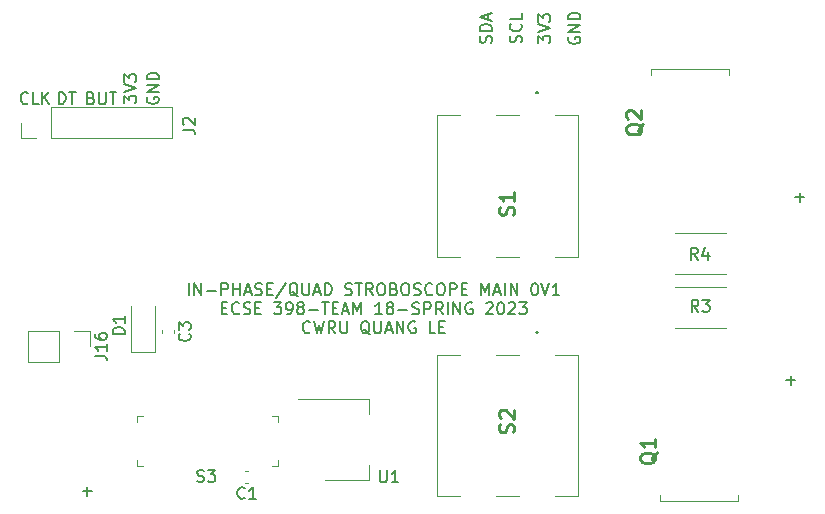
<source format=gto>
G04 #@! TF.GenerationSoftware,KiCad,Pcbnew,(6.0.0)*
G04 #@! TF.CreationDate,2023-03-30T02:39:52-04:00*
G04 #@! TF.ProjectId,stroboscope_main_0v1,7374726f-626f-4736-936f-70655f6d6169,rev?*
G04 #@! TF.SameCoordinates,Original*
G04 #@! TF.FileFunction,Legend,Top*
G04 #@! TF.FilePolarity,Positive*
%FSLAX46Y46*%
G04 Gerber Fmt 4.6, Leading zero omitted, Abs format (unit mm)*
G04 Created by KiCad (PCBNEW (6.0.0)) date 2023-03-30 02:39:52*
%MOMM*%
%LPD*%
G01*
G04 APERTURE LIST*
%ADD10C,0.150000*%
%ADD11C,0.254000*%
%ADD12C,0.120000*%
%ADD13C,0.100000*%
%ADD14C,0.200000*%
G04 APERTURE END LIST*
D10*
X125690380Y-69945095D02*
X125690380Y-69326047D01*
X126071333Y-69659380D01*
X126071333Y-69516523D01*
X126118952Y-69421285D01*
X126166571Y-69373666D01*
X126261809Y-69326047D01*
X126499904Y-69326047D01*
X126595142Y-69373666D01*
X126642761Y-69421285D01*
X126690380Y-69516523D01*
X126690380Y-69802238D01*
X126642761Y-69897476D01*
X126595142Y-69945095D01*
X125690380Y-69040333D02*
X126690380Y-68707000D01*
X125690380Y-68373666D01*
X125690380Y-68135571D02*
X125690380Y-67516523D01*
X126071333Y-67849857D01*
X126071333Y-67707000D01*
X126118952Y-67611761D01*
X126166571Y-67564142D01*
X126261809Y-67516523D01*
X126499904Y-67516523D01*
X126595142Y-67564142D01*
X126642761Y-67611761D01*
X126690380Y-67707000D01*
X126690380Y-67992714D01*
X126642761Y-68087952D01*
X126595142Y-68135571D01*
X146685047Y-98496428D02*
X147446952Y-98496428D01*
X147066000Y-98877380D02*
X147066000Y-98115476D01*
X96093333Y-91298380D02*
X96093333Y-90298380D01*
X96569523Y-91298380D02*
X96569523Y-90298380D01*
X97140952Y-91298380D01*
X97140952Y-90298380D01*
X97617142Y-90917428D02*
X98379047Y-90917428D01*
X98855238Y-91298380D02*
X98855238Y-90298380D01*
X99236190Y-90298380D01*
X99331428Y-90346000D01*
X99379047Y-90393619D01*
X99426666Y-90488857D01*
X99426666Y-90631714D01*
X99379047Y-90726952D01*
X99331428Y-90774571D01*
X99236190Y-90822190D01*
X98855238Y-90822190D01*
X99855238Y-91298380D02*
X99855238Y-90298380D01*
X99855238Y-90774571D02*
X100426666Y-90774571D01*
X100426666Y-91298380D02*
X100426666Y-90298380D01*
X100855238Y-91012666D02*
X101331428Y-91012666D01*
X100760000Y-91298380D02*
X101093333Y-90298380D01*
X101426666Y-91298380D01*
X101712380Y-91250761D02*
X101855238Y-91298380D01*
X102093333Y-91298380D01*
X102188571Y-91250761D01*
X102236190Y-91203142D01*
X102283809Y-91107904D01*
X102283809Y-91012666D01*
X102236190Y-90917428D01*
X102188571Y-90869809D01*
X102093333Y-90822190D01*
X101902857Y-90774571D01*
X101807619Y-90726952D01*
X101760000Y-90679333D01*
X101712380Y-90584095D01*
X101712380Y-90488857D01*
X101760000Y-90393619D01*
X101807619Y-90346000D01*
X101902857Y-90298380D01*
X102140952Y-90298380D01*
X102283809Y-90346000D01*
X102712380Y-90774571D02*
X103045714Y-90774571D01*
X103188571Y-91298380D02*
X102712380Y-91298380D01*
X102712380Y-90298380D01*
X103188571Y-90298380D01*
X104331428Y-90250761D02*
X103474285Y-91536476D01*
X105331428Y-91393619D02*
X105236190Y-91346000D01*
X105140952Y-91250761D01*
X104998095Y-91107904D01*
X104902857Y-91060285D01*
X104807619Y-91060285D01*
X104855238Y-91298380D02*
X104760000Y-91250761D01*
X104664761Y-91155523D01*
X104617142Y-90965047D01*
X104617142Y-90631714D01*
X104664761Y-90441238D01*
X104760000Y-90346000D01*
X104855238Y-90298380D01*
X105045714Y-90298380D01*
X105140952Y-90346000D01*
X105236190Y-90441238D01*
X105283809Y-90631714D01*
X105283809Y-90965047D01*
X105236190Y-91155523D01*
X105140952Y-91250761D01*
X105045714Y-91298380D01*
X104855238Y-91298380D01*
X105712380Y-90298380D02*
X105712380Y-91107904D01*
X105760000Y-91203142D01*
X105807619Y-91250761D01*
X105902857Y-91298380D01*
X106093333Y-91298380D01*
X106188571Y-91250761D01*
X106236190Y-91203142D01*
X106283809Y-91107904D01*
X106283809Y-90298380D01*
X106712380Y-91012666D02*
X107188571Y-91012666D01*
X106617142Y-91298380D02*
X106950476Y-90298380D01*
X107283809Y-91298380D01*
X107617142Y-91298380D02*
X107617142Y-90298380D01*
X107855238Y-90298380D01*
X107998095Y-90346000D01*
X108093333Y-90441238D01*
X108140952Y-90536476D01*
X108188571Y-90726952D01*
X108188571Y-90869809D01*
X108140952Y-91060285D01*
X108093333Y-91155523D01*
X107998095Y-91250761D01*
X107855238Y-91298380D01*
X107617142Y-91298380D01*
X109331428Y-91250761D02*
X109474285Y-91298380D01*
X109712380Y-91298380D01*
X109807619Y-91250761D01*
X109855238Y-91203142D01*
X109902857Y-91107904D01*
X109902857Y-91012666D01*
X109855238Y-90917428D01*
X109807619Y-90869809D01*
X109712380Y-90822190D01*
X109521904Y-90774571D01*
X109426666Y-90726952D01*
X109379047Y-90679333D01*
X109331428Y-90584095D01*
X109331428Y-90488857D01*
X109379047Y-90393619D01*
X109426666Y-90346000D01*
X109521904Y-90298380D01*
X109759999Y-90298380D01*
X109902857Y-90346000D01*
X110188571Y-90298380D02*
X110759999Y-90298380D01*
X110474285Y-91298380D02*
X110474285Y-90298380D01*
X111664761Y-91298380D02*
X111331428Y-90822190D01*
X111093333Y-91298380D02*
X111093333Y-90298380D01*
X111474285Y-90298380D01*
X111569523Y-90346000D01*
X111617142Y-90393619D01*
X111664761Y-90488857D01*
X111664761Y-90631714D01*
X111617142Y-90726952D01*
X111569523Y-90774571D01*
X111474285Y-90822190D01*
X111093333Y-90822190D01*
X112283809Y-90298380D02*
X112474285Y-90298380D01*
X112569523Y-90346000D01*
X112664761Y-90441238D01*
X112712380Y-90631714D01*
X112712380Y-90965047D01*
X112664761Y-91155523D01*
X112569523Y-91250761D01*
X112474285Y-91298380D01*
X112283809Y-91298380D01*
X112188571Y-91250761D01*
X112093333Y-91155523D01*
X112045714Y-90965047D01*
X112045714Y-90631714D01*
X112093333Y-90441238D01*
X112188571Y-90346000D01*
X112283809Y-90298380D01*
X113474285Y-90774571D02*
X113617142Y-90822190D01*
X113664761Y-90869809D01*
X113712380Y-90965047D01*
X113712380Y-91107904D01*
X113664761Y-91203142D01*
X113617142Y-91250761D01*
X113521904Y-91298380D01*
X113140952Y-91298380D01*
X113140952Y-90298380D01*
X113474285Y-90298380D01*
X113569523Y-90346000D01*
X113617142Y-90393619D01*
X113664761Y-90488857D01*
X113664761Y-90584095D01*
X113617142Y-90679333D01*
X113569523Y-90726952D01*
X113474285Y-90774571D01*
X113140952Y-90774571D01*
X114331428Y-90298380D02*
X114521904Y-90298380D01*
X114617142Y-90346000D01*
X114712380Y-90441238D01*
X114759999Y-90631714D01*
X114759999Y-90965047D01*
X114712380Y-91155523D01*
X114617142Y-91250761D01*
X114521904Y-91298380D01*
X114331428Y-91298380D01*
X114236190Y-91250761D01*
X114140952Y-91155523D01*
X114093333Y-90965047D01*
X114093333Y-90631714D01*
X114140952Y-90441238D01*
X114236190Y-90346000D01*
X114331428Y-90298380D01*
X115140952Y-91250761D02*
X115283809Y-91298380D01*
X115521904Y-91298380D01*
X115617142Y-91250761D01*
X115664761Y-91203142D01*
X115712380Y-91107904D01*
X115712380Y-91012666D01*
X115664761Y-90917428D01*
X115617142Y-90869809D01*
X115521904Y-90822190D01*
X115331428Y-90774571D01*
X115236190Y-90726952D01*
X115188571Y-90679333D01*
X115140952Y-90584095D01*
X115140952Y-90488857D01*
X115188571Y-90393619D01*
X115236190Y-90346000D01*
X115331428Y-90298380D01*
X115569523Y-90298380D01*
X115712380Y-90346000D01*
X116712380Y-91203142D02*
X116664761Y-91250761D01*
X116521904Y-91298380D01*
X116426666Y-91298380D01*
X116283809Y-91250761D01*
X116188571Y-91155523D01*
X116140952Y-91060285D01*
X116093333Y-90869809D01*
X116093333Y-90726952D01*
X116140952Y-90536476D01*
X116188571Y-90441238D01*
X116283809Y-90346000D01*
X116426666Y-90298380D01*
X116521904Y-90298380D01*
X116664761Y-90346000D01*
X116712380Y-90393619D01*
X117331428Y-90298380D02*
X117521904Y-90298380D01*
X117617142Y-90346000D01*
X117712380Y-90441238D01*
X117759999Y-90631714D01*
X117759999Y-90965047D01*
X117712380Y-91155523D01*
X117617142Y-91250761D01*
X117521904Y-91298380D01*
X117331428Y-91298380D01*
X117236190Y-91250761D01*
X117140952Y-91155523D01*
X117093333Y-90965047D01*
X117093333Y-90631714D01*
X117140952Y-90441238D01*
X117236190Y-90346000D01*
X117331428Y-90298380D01*
X118188571Y-91298380D02*
X118188571Y-90298380D01*
X118569523Y-90298380D01*
X118664761Y-90346000D01*
X118712380Y-90393619D01*
X118759999Y-90488857D01*
X118759999Y-90631714D01*
X118712380Y-90726952D01*
X118664761Y-90774571D01*
X118569523Y-90822190D01*
X118188571Y-90822190D01*
X119188571Y-90774571D02*
X119521904Y-90774571D01*
X119664761Y-91298380D02*
X119188571Y-91298380D01*
X119188571Y-90298380D01*
X119664761Y-90298380D01*
X120855238Y-91298380D02*
X120855238Y-90298380D01*
X121188571Y-91012666D01*
X121521904Y-90298380D01*
X121521904Y-91298380D01*
X121950476Y-91012666D02*
X122426666Y-91012666D01*
X121855238Y-91298380D02*
X122188571Y-90298380D01*
X122521904Y-91298380D01*
X122855238Y-91298380D02*
X122855238Y-90298380D01*
X123331428Y-91298380D02*
X123331428Y-90298380D01*
X123902857Y-91298380D01*
X123902857Y-90298380D01*
X125331428Y-90298380D02*
X125426666Y-90298380D01*
X125521904Y-90346000D01*
X125569523Y-90393619D01*
X125617142Y-90488857D01*
X125664761Y-90679333D01*
X125664761Y-90917428D01*
X125617142Y-91107904D01*
X125569523Y-91203142D01*
X125521904Y-91250761D01*
X125426666Y-91298380D01*
X125331428Y-91298380D01*
X125236190Y-91250761D01*
X125188571Y-91203142D01*
X125140952Y-91107904D01*
X125093333Y-90917428D01*
X125093333Y-90679333D01*
X125140952Y-90488857D01*
X125188571Y-90393619D01*
X125236190Y-90346000D01*
X125331428Y-90298380D01*
X125950476Y-90298380D02*
X126283809Y-91298380D01*
X126617142Y-90298380D01*
X127474285Y-91298380D02*
X126902857Y-91298380D01*
X127188571Y-91298380D02*
X127188571Y-90298380D01*
X127093333Y-90441238D01*
X126998095Y-90536476D01*
X126902857Y-90584095D01*
X98879047Y-92384571D02*
X99212380Y-92384571D01*
X99355238Y-92908380D02*
X98879047Y-92908380D01*
X98879047Y-91908380D01*
X99355238Y-91908380D01*
X100355238Y-92813142D02*
X100307619Y-92860761D01*
X100164761Y-92908380D01*
X100069523Y-92908380D01*
X99926666Y-92860761D01*
X99831428Y-92765523D01*
X99783809Y-92670285D01*
X99736190Y-92479809D01*
X99736190Y-92336952D01*
X99783809Y-92146476D01*
X99831428Y-92051238D01*
X99926666Y-91956000D01*
X100069523Y-91908380D01*
X100164761Y-91908380D01*
X100307619Y-91956000D01*
X100355238Y-92003619D01*
X100736190Y-92860761D02*
X100879047Y-92908380D01*
X101117142Y-92908380D01*
X101212380Y-92860761D01*
X101259999Y-92813142D01*
X101307619Y-92717904D01*
X101307619Y-92622666D01*
X101259999Y-92527428D01*
X101212380Y-92479809D01*
X101117142Y-92432190D01*
X100926666Y-92384571D01*
X100831428Y-92336952D01*
X100783809Y-92289333D01*
X100736190Y-92194095D01*
X100736190Y-92098857D01*
X100783809Y-92003619D01*
X100831428Y-91956000D01*
X100926666Y-91908380D01*
X101164761Y-91908380D01*
X101307619Y-91956000D01*
X101736190Y-92384571D02*
X102069523Y-92384571D01*
X102212380Y-92908380D02*
X101736190Y-92908380D01*
X101736190Y-91908380D01*
X102212380Y-91908380D01*
X103307619Y-91908380D02*
X103926666Y-91908380D01*
X103593333Y-92289333D01*
X103736190Y-92289333D01*
X103831428Y-92336952D01*
X103879047Y-92384571D01*
X103926666Y-92479809D01*
X103926666Y-92717904D01*
X103879047Y-92813142D01*
X103831428Y-92860761D01*
X103736190Y-92908380D01*
X103450476Y-92908380D01*
X103355238Y-92860761D01*
X103307619Y-92813142D01*
X104402857Y-92908380D02*
X104593333Y-92908380D01*
X104688571Y-92860761D01*
X104736190Y-92813142D01*
X104831428Y-92670285D01*
X104879047Y-92479809D01*
X104879047Y-92098857D01*
X104831428Y-92003619D01*
X104783809Y-91956000D01*
X104688571Y-91908380D01*
X104498095Y-91908380D01*
X104402857Y-91956000D01*
X104355238Y-92003619D01*
X104307619Y-92098857D01*
X104307619Y-92336952D01*
X104355238Y-92432190D01*
X104402857Y-92479809D01*
X104498095Y-92527428D01*
X104688571Y-92527428D01*
X104783809Y-92479809D01*
X104831428Y-92432190D01*
X104879047Y-92336952D01*
X105450476Y-92336952D02*
X105355238Y-92289333D01*
X105307619Y-92241714D01*
X105259999Y-92146476D01*
X105259999Y-92098857D01*
X105307619Y-92003619D01*
X105355238Y-91956000D01*
X105450476Y-91908380D01*
X105640952Y-91908380D01*
X105736190Y-91956000D01*
X105783809Y-92003619D01*
X105831428Y-92098857D01*
X105831428Y-92146476D01*
X105783809Y-92241714D01*
X105736190Y-92289333D01*
X105640952Y-92336952D01*
X105450476Y-92336952D01*
X105355238Y-92384571D01*
X105307619Y-92432190D01*
X105259999Y-92527428D01*
X105259999Y-92717904D01*
X105307619Y-92813142D01*
X105355238Y-92860761D01*
X105450476Y-92908380D01*
X105640952Y-92908380D01*
X105736190Y-92860761D01*
X105783809Y-92813142D01*
X105831428Y-92717904D01*
X105831428Y-92527428D01*
X105783809Y-92432190D01*
X105736190Y-92384571D01*
X105640952Y-92336952D01*
X106259999Y-92527428D02*
X107021904Y-92527428D01*
X107355238Y-91908380D02*
X107926666Y-91908380D01*
X107640952Y-92908380D02*
X107640952Y-91908380D01*
X108260000Y-92384571D02*
X108593333Y-92384571D01*
X108736190Y-92908380D02*
X108260000Y-92908380D01*
X108260000Y-91908380D01*
X108736190Y-91908380D01*
X109117142Y-92622666D02*
X109593333Y-92622666D01*
X109021904Y-92908380D02*
X109355238Y-91908380D01*
X109688571Y-92908380D01*
X110021904Y-92908380D02*
X110021904Y-91908380D01*
X110355238Y-92622666D01*
X110688571Y-91908380D01*
X110688571Y-92908380D01*
X112450476Y-92908380D02*
X111879047Y-92908380D01*
X112164761Y-92908380D02*
X112164761Y-91908380D01*
X112069523Y-92051238D01*
X111974285Y-92146476D01*
X111879047Y-92194095D01*
X113021904Y-92336952D02*
X112926666Y-92289333D01*
X112879047Y-92241714D01*
X112831428Y-92146476D01*
X112831428Y-92098857D01*
X112879047Y-92003619D01*
X112926666Y-91956000D01*
X113021904Y-91908380D01*
X113212380Y-91908380D01*
X113307619Y-91956000D01*
X113355238Y-92003619D01*
X113402857Y-92098857D01*
X113402857Y-92146476D01*
X113355238Y-92241714D01*
X113307619Y-92289333D01*
X113212380Y-92336952D01*
X113021904Y-92336952D01*
X112926666Y-92384571D01*
X112879047Y-92432190D01*
X112831428Y-92527428D01*
X112831428Y-92717904D01*
X112879047Y-92813142D01*
X112926666Y-92860761D01*
X113021904Y-92908380D01*
X113212380Y-92908380D01*
X113307619Y-92860761D01*
X113355238Y-92813142D01*
X113402857Y-92717904D01*
X113402857Y-92527428D01*
X113355238Y-92432190D01*
X113307619Y-92384571D01*
X113212380Y-92336952D01*
X113831428Y-92527428D02*
X114593333Y-92527428D01*
X115021904Y-92860761D02*
X115164761Y-92908380D01*
X115402857Y-92908380D01*
X115498095Y-92860761D01*
X115545714Y-92813142D01*
X115593333Y-92717904D01*
X115593333Y-92622666D01*
X115545714Y-92527428D01*
X115498095Y-92479809D01*
X115402857Y-92432190D01*
X115212380Y-92384571D01*
X115117142Y-92336952D01*
X115069523Y-92289333D01*
X115021904Y-92194095D01*
X115021904Y-92098857D01*
X115069523Y-92003619D01*
X115117142Y-91956000D01*
X115212380Y-91908380D01*
X115450476Y-91908380D01*
X115593333Y-91956000D01*
X116021904Y-92908380D02*
X116021904Y-91908380D01*
X116402857Y-91908380D01*
X116498095Y-91956000D01*
X116545714Y-92003619D01*
X116593333Y-92098857D01*
X116593333Y-92241714D01*
X116545714Y-92336952D01*
X116498095Y-92384571D01*
X116402857Y-92432190D01*
X116021904Y-92432190D01*
X117593333Y-92908380D02*
X117259999Y-92432190D01*
X117021904Y-92908380D02*
X117021904Y-91908380D01*
X117402857Y-91908380D01*
X117498095Y-91956000D01*
X117545714Y-92003619D01*
X117593333Y-92098857D01*
X117593333Y-92241714D01*
X117545714Y-92336952D01*
X117498095Y-92384571D01*
X117402857Y-92432190D01*
X117021904Y-92432190D01*
X118021904Y-92908380D02*
X118021904Y-91908380D01*
X118498095Y-92908380D02*
X118498095Y-91908380D01*
X119069523Y-92908380D01*
X119069523Y-91908380D01*
X120069523Y-91956000D02*
X119974285Y-91908380D01*
X119831428Y-91908380D01*
X119688571Y-91956000D01*
X119593333Y-92051238D01*
X119545714Y-92146476D01*
X119498095Y-92336952D01*
X119498095Y-92479809D01*
X119545714Y-92670285D01*
X119593333Y-92765523D01*
X119688571Y-92860761D01*
X119831428Y-92908380D01*
X119926666Y-92908380D01*
X120069523Y-92860761D01*
X120117142Y-92813142D01*
X120117142Y-92479809D01*
X119926666Y-92479809D01*
X121259999Y-92003619D02*
X121307619Y-91956000D01*
X121402857Y-91908380D01*
X121640952Y-91908380D01*
X121736190Y-91956000D01*
X121783809Y-92003619D01*
X121831428Y-92098857D01*
X121831428Y-92194095D01*
X121783809Y-92336952D01*
X121212380Y-92908380D01*
X121831428Y-92908380D01*
X122450476Y-91908380D02*
X122545714Y-91908380D01*
X122640952Y-91956000D01*
X122688571Y-92003619D01*
X122736190Y-92098857D01*
X122783809Y-92289333D01*
X122783809Y-92527428D01*
X122736190Y-92717904D01*
X122688571Y-92813142D01*
X122640952Y-92860761D01*
X122545714Y-92908380D01*
X122450476Y-92908380D01*
X122355238Y-92860761D01*
X122307619Y-92813142D01*
X122259999Y-92717904D01*
X122212380Y-92527428D01*
X122212380Y-92289333D01*
X122259999Y-92098857D01*
X122307619Y-92003619D01*
X122355238Y-91956000D01*
X122450476Y-91908380D01*
X123164761Y-92003619D02*
X123212380Y-91956000D01*
X123307619Y-91908380D01*
X123545714Y-91908380D01*
X123640952Y-91956000D01*
X123688571Y-92003619D01*
X123736190Y-92098857D01*
X123736190Y-92194095D01*
X123688571Y-92336952D01*
X123117142Y-92908380D01*
X123736190Y-92908380D01*
X124069523Y-91908380D02*
X124688571Y-91908380D01*
X124355238Y-92289333D01*
X124498095Y-92289333D01*
X124593333Y-92336952D01*
X124640952Y-92384571D01*
X124688571Y-92479809D01*
X124688571Y-92717904D01*
X124640952Y-92813142D01*
X124593333Y-92860761D01*
X124498095Y-92908380D01*
X124212380Y-92908380D01*
X124117142Y-92860761D01*
X124069523Y-92813142D01*
X106355238Y-94423142D02*
X106307619Y-94470761D01*
X106164761Y-94518380D01*
X106069523Y-94518380D01*
X105926666Y-94470761D01*
X105831428Y-94375523D01*
X105783809Y-94280285D01*
X105736190Y-94089809D01*
X105736190Y-93946952D01*
X105783809Y-93756476D01*
X105831428Y-93661238D01*
X105926666Y-93566000D01*
X106069523Y-93518380D01*
X106164761Y-93518380D01*
X106307619Y-93566000D01*
X106355238Y-93613619D01*
X106688571Y-93518380D02*
X106926666Y-94518380D01*
X107117142Y-93804095D01*
X107307619Y-94518380D01*
X107545714Y-93518380D01*
X108498095Y-94518380D02*
X108164761Y-94042190D01*
X107926666Y-94518380D02*
X107926666Y-93518380D01*
X108307619Y-93518380D01*
X108402857Y-93566000D01*
X108450476Y-93613619D01*
X108498095Y-93708857D01*
X108498095Y-93851714D01*
X108450476Y-93946952D01*
X108402857Y-93994571D01*
X108307619Y-94042190D01*
X107926666Y-94042190D01*
X108926666Y-93518380D02*
X108926666Y-94327904D01*
X108974285Y-94423142D01*
X109021904Y-94470761D01*
X109117142Y-94518380D01*
X109307619Y-94518380D01*
X109402857Y-94470761D01*
X109450476Y-94423142D01*
X109498095Y-94327904D01*
X109498095Y-93518380D01*
X111402857Y-94613619D02*
X111307619Y-94566000D01*
X111212380Y-94470761D01*
X111069523Y-94327904D01*
X110974285Y-94280285D01*
X110879047Y-94280285D01*
X110926666Y-94518380D02*
X110831428Y-94470761D01*
X110736190Y-94375523D01*
X110688571Y-94185047D01*
X110688571Y-93851714D01*
X110736190Y-93661238D01*
X110831428Y-93566000D01*
X110926666Y-93518380D01*
X111117142Y-93518380D01*
X111212380Y-93566000D01*
X111307619Y-93661238D01*
X111355238Y-93851714D01*
X111355238Y-94185047D01*
X111307619Y-94375523D01*
X111212380Y-94470761D01*
X111117142Y-94518380D01*
X110926666Y-94518380D01*
X111783809Y-93518380D02*
X111783809Y-94327904D01*
X111831428Y-94423142D01*
X111879047Y-94470761D01*
X111974285Y-94518380D01*
X112164761Y-94518380D01*
X112260000Y-94470761D01*
X112307619Y-94423142D01*
X112355238Y-94327904D01*
X112355238Y-93518380D01*
X112783809Y-94232666D02*
X113260000Y-94232666D01*
X112688571Y-94518380D02*
X113021904Y-93518380D01*
X113355238Y-94518380D01*
X113688571Y-94518380D02*
X113688571Y-93518380D01*
X114260000Y-94518380D01*
X114260000Y-93518380D01*
X115260000Y-93566000D02*
X115164761Y-93518380D01*
X115021904Y-93518380D01*
X114879047Y-93566000D01*
X114783809Y-93661238D01*
X114736190Y-93756476D01*
X114688571Y-93946952D01*
X114688571Y-94089809D01*
X114736190Y-94280285D01*
X114783809Y-94375523D01*
X114879047Y-94470761D01*
X115021904Y-94518380D01*
X115117142Y-94518380D01*
X115260000Y-94470761D01*
X115307619Y-94423142D01*
X115307619Y-94089809D01*
X115117142Y-94089809D01*
X116974285Y-94518380D02*
X116498095Y-94518380D01*
X116498095Y-93518380D01*
X117307619Y-93994571D02*
X117640952Y-93994571D01*
X117783809Y-94518380D02*
X117307619Y-94518380D01*
X117307619Y-93518380D01*
X117783809Y-93518380D01*
X87122047Y-107894428D02*
X87883952Y-107894428D01*
X87503000Y-108275380D02*
X87503000Y-107513476D01*
X121689761Y-69921285D02*
X121737380Y-69778428D01*
X121737380Y-69540333D01*
X121689761Y-69445095D01*
X121642142Y-69397476D01*
X121546904Y-69349857D01*
X121451666Y-69349857D01*
X121356428Y-69397476D01*
X121308809Y-69445095D01*
X121261190Y-69540333D01*
X121213571Y-69730809D01*
X121165952Y-69826047D01*
X121118333Y-69873666D01*
X121023095Y-69921285D01*
X120927857Y-69921285D01*
X120832619Y-69873666D01*
X120785000Y-69826047D01*
X120737380Y-69730809D01*
X120737380Y-69492714D01*
X120785000Y-69349857D01*
X121737380Y-68921285D02*
X120737380Y-68921285D01*
X120737380Y-68683190D01*
X120785000Y-68540333D01*
X120880238Y-68445095D01*
X120975476Y-68397476D01*
X121165952Y-68349857D01*
X121308809Y-68349857D01*
X121499285Y-68397476D01*
X121594523Y-68445095D01*
X121689761Y-68540333D01*
X121737380Y-68683190D01*
X121737380Y-68921285D01*
X121451666Y-67968904D02*
X121451666Y-67492714D01*
X121737380Y-68064142D02*
X120737380Y-67730809D01*
X121737380Y-67397476D01*
X147447047Y-83002428D02*
X148208952Y-83002428D01*
X147828000Y-83383380D02*
X147828000Y-82621476D01*
X128278000Y-69468904D02*
X128230380Y-69564142D01*
X128230380Y-69707000D01*
X128278000Y-69849857D01*
X128373238Y-69945095D01*
X128468476Y-69992714D01*
X128658952Y-70040333D01*
X128801809Y-70040333D01*
X128992285Y-69992714D01*
X129087523Y-69945095D01*
X129182761Y-69849857D01*
X129230380Y-69707000D01*
X129230380Y-69611761D01*
X129182761Y-69468904D01*
X129135142Y-69421285D01*
X128801809Y-69421285D01*
X128801809Y-69611761D01*
X129230380Y-68992714D02*
X128230380Y-68992714D01*
X129230380Y-68421285D01*
X128230380Y-68421285D01*
X129230380Y-67945095D02*
X128230380Y-67945095D01*
X128230380Y-67707000D01*
X128278000Y-67564142D01*
X128373238Y-67468904D01*
X128468476Y-67421285D01*
X128658952Y-67373666D01*
X128801809Y-67373666D01*
X128992285Y-67421285D01*
X129087523Y-67468904D01*
X129182761Y-67564142D01*
X129230380Y-67707000D01*
X129230380Y-67945095D01*
X90638380Y-75025095D02*
X90638380Y-74406047D01*
X91019333Y-74739380D01*
X91019333Y-74596523D01*
X91066952Y-74501285D01*
X91114571Y-74453666D01*
X91209809Y-74406047D01*
X91447904Y-74406047D01*
X91543142Y-74453666D01*
X91590761Y-74501285D01*
X91638380Y-74596523D01*
X91638380Y-74882238D01*
X91590761Y-74977476D01*
X91543142Y-75025095D01*
X90638380Y-74120333D02*
X91638380Y-73787000D01*
X90638380Y-73453666D01*
X90638380Y-73215571D02*
X90638380Y-72596523D01*
X91019333Y-72929857D01*
X91019333Y-72787000D01*
X91066952Y-72691761D01*
X91114571Y-72644142D01*
X91209809Y-72596523D01*
X91447904Y-72596523D01*
X91543142Y-72644142D01*
X91590761Y-72691761D01*
X91638380Y-72787000D01*
X91638380Y-73072714D01*
X91590761Y-73167952D01*
X91543142Y-73215571D01*
X87812666Y-74604571D02*
X87955523Y-74652190D01*
X88003142Y-74699809D01*
X88050761Y-74795047D01*
X88050761Y-74937904D01*
X88003142Y-75033142D01*
X87955523Y-75080761D01*
X87860285Y-75128380D01*
X87479333Y-75128380D01*
X87479333Y-74128380D01*
X87812666Y-74128380D01*
X87907904Y-74176000D01*
X87955523Y-74223619D01*
X88003142Y-74318857D01*
X88003142Y-74414095D01*
X87955523Y-74509333D01*
X87907904Y-74556952D01*
X87812666Y-74604571D01*
X87479333Y-74604571D01*
X88479333Y-74128380D02*
X88479333Y-74937904D01*
X88526952Y-75033142D01*
X88574571Y-75080761D01*
X88669809Y-75128380D01*
X88860285Y-75128380D01*
X88955523Y-75080761D01*
X89003142Y-75033142D01*
X89050761Y-74937904D01*
X89050761Y-74128380D01*
X89384095Y-74128380D02*
X89955523Y-74128380D01*
X89669809Y-75128380D02*
X89669809Y-74128380D01*
X124229761Y-69897476D02*
X124277380Y-69754619D01*
X124277380Y-69516523D01*
X124229761Y-69421285D01*
X124182142Y-69373666D01*
X124086904Y-69326047D01*
X123991666Y-69326047D01*
X123896428Y-69373666D01*
X123848809Y-69421285D01*
X123801190Y-69516523D01*
X123753571Y-69707000D01*
X123705952Y-69802238D01*
X123658333Y-69849857D01*
X123563095Y-69897476D01*
X123467857Y-69897476D01*
X123372619Y-69849857D01*
X123325000Y-69802238D01*
X123277380Y-69707000D01*
X123277380Y-69468904D01*
X123325000Y-69326047D01*
X124182142Y-68326047D02*
X124229761Y-68373666D01*
X124277380Y-68516523D01*
X124277380Y-68611761D01*
X124229761Y-68754619D01*
X124134523Y-68849857D01*
X124039285Y-68897476D01*
X123848809Y-68945095D01*
X123705952Y-68945095D01*
X123515476Y-68897476D01*
X123420238Y-68849857D01*
X123325000Y-68754619D01*
X123277380Y-68611761D01*
X123277380Y-68516523D01*
X123325000Y-68373666D01*
X123372619Y-68326047D01*
X124277380Y-67421285D02*
X124277380Y-67897476D01*
X123277380Y-67897476D01*
X85082142Y-75128380D02*
X85082142Y-74128380D01*
X85320238Y-74128380D01*
X85463095Y-74176000D01*
X85558333Y-74271238D01*
X85605952Y-74366476D01*
X85653571Y-74556952D01*
X85653571Y-74699809D01*
X85605952Y-74890285D01*
X85558333Y-74985523D01*
X85463095Y-75080761D01*
X85320238Y-75128380D01*
X85082142Y-75128380D01*
X85939285Y-74128380D02*
X86510714Y-74128380D01*
X86225000Y-75128380D02*
X86225000Y-74128380D01*
X92591000Y-74548904D02*
X92543380Y-74644142D01*
X92543380Y-74787000D01*
X92591000Y-74929857D01*
X92686238Y-75025095D01*
X92781476Y-75072714D01*
X92971952Y-75120333D01*
X93114809Y-75120333D01*
X93305285Y-75072714D01*
X93400523Y-75025095D01*
X93495761Y-74929857D01*
X93543380Y-74787000D01*
X93543380Y-74691761D01*
X93495761Y-74548904D01*
X93448142Y-74501285D01*
X93114809Y-74501285D01*
X93114809Y-74691761D01*
X93543380Y-74072714D02*
X92543380Y-74072714D01*
X93543380Y-73501285D01*
X92543380Y-73501285D01*
X93543380Y-73025095D02*
X92543380Y-73025095D01*
X92543380Y-72787000D01*
X92591000Y-72644142D01*
X92686238Y-72548904D01*
X92781476Y-72501285D01*
X92971952Y-72453666D01*
X93114809Y-72453666D01*
X93305285Y-72501285D01*
X93400523Y-72548904D01*
X93495761Y-72644142D01*
X93543380Y-72787000D01*
X93543380Y-73025095D01*
X82462761Y-75033142D02*
X82415142Y-75080761D01*
X82272285Y-75128380D01*
X82177047Y-75128380D01*
X82034190Y-75080761D01*
X81938952Y-74985523D01*
X81891333Y-74890285D01*
X81843714Y-74699809D01*
X81843714Y-74556952D01*
X81891333Y-74366476D01*
X81938952Y-74271238D01*
X82034190Y-74176000D01*
X82177047Y-74128380D01*
X82272285Y-74128380D01*
X82415142Y-74176000D01*
X82462761Y-74223619D01*
X83367523Y-75128380D02*
X82891333Y-75128380D01*
X82891333Y-74128380D01*
X83700857Y-75128380D02*
X83700857Y-74128380D01*
X84272285Y-75128380D02*
X83843714Y-74556952D01*
X84272285Y-74128380D02*
X83700857Y-74699809D01*
X88142380Y-96440523D02*
X88856666Y-96440523D01*
X88999523Y-96488142D01*
X89094761Y-96583380D01*
X89142380Y-96726238D01*
X89142380Y-96821476D01*
X89142380Y-95440523D02*
X89142380Y-96011952D01*
X89142380Y-95726238D02*
X88142380Y-95726238D01*
X88285238Y-95821476D01*
X88380476Y-95916714D01*
X88428095Y-96011952D01*
X88142380Y-94583380D02*
X88142380Y-94773857D01*
X88190000Y-94869095D01*
X88237619Y-94916714D01*
X88380476Y-95011952D01*
X88570952Y-95059571D01*
X88951904Y-95059571D01*
X89047142Y-95011952D01*
X89094761Y-94964333D01*
X89142380Y-94869095D01*
X89142380Y-94678619D01*
X89094761Y-94583380D01*
X89047142Y-94535761D01*
X88951904Y-94488142D01*
X88713809Y-94488142D01*
X88618571Y-94535761D01*
X88570952Y-94583380D01*
X88523333Y-94678619D01*
X88523333Y-94869095D01*
X88570952Y-94964333D01*
X88618571Y-95011952D01*
X88713809Y-95059571D01*
D11*
X123577047Y-84533619D02*
X123637523Y-84352190D01*
X123637523Y-84049809D01*
X123577047Y-83928857D01*
X123516571Y-83868380D01*
X123395619Y-83807904D01*
X123274666Y-83807904D01*
X123153714Y-83868380D01*
X123093238Y-83928857D01*
X123032761Y-84049809D01*
X122972285Y-84291714D01*
X122911809Y-84412666D01*
X122851333Y-84473142D01*
X122730380Y-84533619D01*
X122609428Y-84533619D01*
X122488476Y-84473142D01*
X122428000Y-84412666D01*
X122367523Y-84291714D01*
X122367523Y-83989333D01*
X122428000Y-83807904D01*
X123637523Y-82598380D02*
X123637523Y-83324095D01*
X123637523Y-82961238D02*
X122367523Y-82961238D01*
X122548952Y-83082190D01*
X122669904Y-83203142D01*
X122730380Y-83324095D01*
D10*
X96791095Y-107056761D02*
X96933952Y-107104380D01*
X97172047Y-107104380D01*
X97267285Y-107056761D01*
X97314904Y-107009142D01*
X97362523Y-106913904D01*
X97362523Y-106818666D01*
X97314904Y-106723428D01*
X97267285Y-106675809D01*
X97172047Y-106628190D01*
X96981571Y-106580571D01*
X96886333Y-106532952D01*
X96838714Y-106485333D01*
X96791095Y-106390095D01*
X96791095Y-106294857D01*
X96838714Y-106199619D01*
X96886333Y-106152000D01*
X96981571Y-106104380D01*
X97219666Y-106104380D01*
X97362523Y-106152000D01*
X97695857Y-106104380D02*
X98314904Y-106104380D01*
X97981571Y-106485333D01*
X98124428Y-106485333D01*
X98219666Y-106532952D01*
X98267285Y-106580571D01*
X98314904Y-106675809D01*
X98314904Y-106913904D01*
X98267285Y-107009142D01*
X98219666Y-107056761D01*
X98124428Y-107104380D01*
X97838714Y-107104380D01*
X97743476Y-107056761D01*
X97695857Y-107009142D01*
X90654380Y-94592095D02*
X89654380Y-94592095D01*
X89654380Y-94354000D01*
X89702000Y-94211142D01*
X89797238Y-94115904D01*
X89892476Y-94068285D01*
X90082952Y-94020666D01*
X90225809Y-94020666D01*
X90416285Y-94068285D01*
X90511523Y-94115904D01*
X90606761Y-94211142D01*
X90654380Y-94354000D01*
X90654380Y-94592095D01*
X90654380Y-93068285D02*
X90654380Y-93639714D01*
X90654380Y-93354000D02*
X89654380Y-93354000D01*
X89797238Y-93449238D01*
X89892476Y-93544476D01*
X89940095Y-93639714D01*
D11*
X134528076Y-76778152D02*
X134467600Y-76899104D01*
X134346647Y-77020057D01*
X134165219Y-77201485D01*
X134104742Y-77322438D01*
X134104742Y-77443390D01*
X134407123Y-77382914D02*
X134346647Y-77503866D01*
X134225695Y-77624819D01*
X133983790Y-77685295D01*
X133560457Y-77685295D01*
X133318552Y-77624819D01*
X133197600Y-77503866D01*
X133137123Y-77382914D01*
X133137123Y-77141009D01*
X133197600Y-77020057D01*
X133318552Y-76899104D01*
X133560457Y-76838628D01*
X133983790Y-76838628D01*
X134225695Y-76899104D01*
X134346647Y-77020057D01*
X134407123Y-77141009D01*
X134407123Y-77382914D01*
X133258076Y-76354819D02*
X133197600Y-76294342D01*
X133137123Y-76173390D01*
X133137123Y-75871009D01*
X133197600Y-75750057D01*
X133258076Y-75689580D01*
X133379028Y-75629104D01*
X133499980Y-75629104D01*
X133681409Y-75689580D01*
X134407123Y-76415295D01*
X134407123Y-75629104D01*
X135696476Y-104602952D02*
X135636000Y-104723904D01*
X135515047Y-104844857D01*
X135333619Y-105026285D01*
X135273142Y-105147238D01*
X135273142Y-105268190D01*
X135575523Y-105207714D02*
X135515047Y-105328666D01*
X135394095Y-105449619D01*
X135152190Y-105510095D01*
X134728857Y-105510095D01*
X134486952Y-105449619D01*
X134366000Y-105328666D01*
X134305523Y-105207714D01*
X134305523Y-104965809D01*
X134366000Y-104844857D01*
X134486952Y-104723904D01*
X134728857Y-104663428D01*
X135152190Y-104663428D01*
X135394095Y-104723904D01*
X135515047Y-104844857D01*
X135575523Y-104965809D01*
X135575523Y-105207714D01*
X135575523Y-103453904D02*
X135575523Y-104179619D01*
X135575523Y-103816761D02*
X134305523Y-103816761D01*
X134486952Y-103937714D01*
X134607904Y-104058666D01*
X134668380Y-104179619D01*
D10*
X112268095Y-106132380D02*
X112268095Y-106941904D01*
X112315714Y-107037142D01*
X112363333Y-107084761D01*
X112458571Y-107132380D01*
X112649047Y-107132380D01*
X112744285Y-107084761D01*
X112791904Y-107037142D01*
X112839523Y-106941904D01*
X112839523Y-106132380D01*
X113839523Y-107132380D02*
X113268095Y-107132380D01*
X113553809Y-107132380D02*
X113553809Y-106132380D01*
X113458571Y-106275238D01*
X113363333Y-106370476D01*
X113268095Y-106418095D01*
X95591380Y-77295333D02*
X96305666Y-77295333D01*
X96448523Y-77342952D01*
X96543761Y-77438190D01*
X96591380Y-77581047D01*
X96591380Y-77676285D01*
X95686619Y-76866761D02*
X95639000Y-76819142D01*
X95591380Y-76723904D01*
X95591380Y-76485809D01*
X95639000Y-76390571D01*
X95686619Y-76342952D01*
X95781857Y-76295333D01*
X95877095Y-76295333D01*
X96019952Y-76342952D01*
X96591380Y-76914380D01*
X96591380Y-76295333D01*
X139177733Y-88285580D02*
X138844400Y-87809390D01*
X138606304Y-88285580D02*
X138606304Y-87285580D01*
X138987257Y-87285580D01*
X139082495Y-87333200D01*
X139130114Y-87380819D01*
X139177733Y-87476057D01*
X139177733Y-87618914D01*
X139130114Y-87714152D01*
X139082495Y-87761771D01*
X138987257Y-87809390D01*
X138606304Y-87809390D01*
X140034876Y-87618914D02*
X140034876Y-88285580D01*
X139796780Y-87237961D02*
X139558685Y-87952247D01*
X140177733Y-87952247D01*
X96148142Y-94554166D02*
X96195761Y-94601785D01*
X96243380Y-94744642D01*
X96243380Y-94839880D01*
X96195761Y-94982738D01*
X96100523Y-95077976D01*
X96005285Y-95125595D01*
X95814809Y-95173214D01*
X95671952Y-95173214D01*
X95481476Y-95125595D01*
X95386238Y-95077976D01*
X95291000Y-94982738D01*
X95243380Y-94839880D01*
X95243380Y-94744642D01*
X95291000Y-94601785D01*
X95338619Y-94554166D01*
X95243380Y-94220833D02*
X95243380Y-93601785D01*
X95624333Y-93935119D01*
X95624333Y-93792261D01*
X95671952Y-93697023D01*
X95719571Y-93649404D01*
X95814809Y-93601785D01*
X96052904Y-93601785D01*
X96148142Y-93649404D01*
X96195761Y-93697023D01*
X96243380Y-93792261D01*
X96243380Y-94077976D01*
X96195761Y-94173214D01*
X96148142Y-94220833D01*
D11*
X123577047Y-102927619D02*
X123637523Y-102746190D01*
X123637523Y-102443809D01*
X123577047Y-102322857D01*
X123516571Y-102262380D01*
X123395619Y-102201904D01*
X123274666Y-102201904D01*
X123153714Y-102262380D01*
X123093238Y-102322857D01*
X123032761Y-102443809D01*
X122972285Y-102685714D01*
X122911809Y-102806666D01*
X122851333Y-102867142D01*
X122730380Y-102927619D01*
X122609428Y-102927619D01*
X122488476Y-102867142D01*
X122428000Y-102806666D01*
X122367523Y-102685714D01*
X122367523Y-102383333D01*
X122428000Y-102201904D01*
X122488476Y-101718095D02*
X122428000Y-101657619D01*
X122367523Y-101536666D01*
X122367523Y-101234285D01*
X122428000Y-101113333D01*
X122488476Y-101052857D01*
X122609428Y-100992380D01*
X122730380Y-100992380D01*
X122911809Y-101052857D01*
X123637523Y-101778571D01*
X123637523Y-100992380D01*
D10*
X139228533Y-92705180D02*
X138895200Y-92228990D01*
X138657104Y-92705180D02*
X138657104Y-91705180D01*
X139038057Y-91705180D01*
X139133295Y-91752800D01*
X139180914Y-91800419D01*
X139228533Y-91895657D01*
X139228533Y-92038514D01*
X139180914Y-92133752D01*
X139133295Y-92181371D01*
X139038057Y-92228990D01*
X138657104Y-92228990D01*
X139561866Y-91705180D02*
X140180914Y-91705180D01*
X139847580Y-92086133D01*
X139990438Y-92086133D01*
X140085676Y-92133752D01*
X140133295Y-92181371D01*
X140180914Y-92276609D01*
X140180914Y-92514704D01*
X140133295Y-92609942D01*
X140085676Y-92657561D01*
X139990438Y-92705180D01*
X139704723Y-92705180D01*
X139609485Y-92657561D01*
X139561866Y-92609942D01*
X100824833Y-108467142D02*
X100777214Y-108514761D01*
X100634357Y-108562380D01*
X100539119Y-108562380D01*
X100396261Y-108514761D01*
X100301023Y-108419523D01*
X100253404Y-108324285D01*
X100205785Y-108133809D01*
X100205785Y-107990952D01*
X100253404Y-107800476D01*
X100301023Y-107705238D01*
X100396261Y-107610000D01*
X100539119Y-107562380D01*
X100634357Y-107562380D01*
X100777214Y-107610000D01*
X100824833Y-107657619D01*
X101777214Y-108562380D02*
X101205785Y-108562380D01*
X101491500Y-108562380D02*
X101491500Y-107562380D01*
X101396261Y-107705238D01*
X101301023Y-107800476D01*
X101205785Y-107848095D01*
D12*
X82490000Y-94301000D02*
X82490000Y-96961000D01*
X85090000Y-94301000D02*
X82490000Y-94301000D01*
X85090000Y-96961000D02*
X82490000Y-96961000D01*
X85090000Y-94301000D02*
X85090000Y-96961000D01*
X86360000Y-94301000D02*
X87690000Y-94301000D01*
X87690000Y-94301000D02*
X87690000Y-95631000D01*
D13*
X129063000Y-88048500D02*
X127063000Y-88048500D01*
X122063000Y-76048500D02*
X124063000Y-76048500D01*
D14*
X125663000Y-74148500D02*
X125663000Y-74148500D01*
X125463000Y-74148500D02*
X125463000Y-74148500D01*
D13*
X127063000Y-76048500D02*
X129063000Y-76048500D01*
X119063000Y-76048500D02*
X117063000Y-76048500D01*
X117063000Y-88048500D02*
X119063000Y-88048500D01*
X129063000Y-76048500D02*
X129063000Y-88048500D01*
X122063000Y-88048500D02*
X124063000Y-88048500D01*
X117063000Y-76048500D02*
X117063000Y-88048500D01*
D14*
X125463000Y-74148500D02*
G75*
G03*
X125663000Y-74148500I100000J0D01*
G01*
X125663000Y-74148500D02*
G75*
G03*
X125463000Y-74148500I-100000J0D01*
G01*
D13*
X103643000Y-101532000D02*
X103643000Y-102032000D01*
X103643000Y-105732000D02*
X103643000Y-105232000D01*
X103643000Y-101532000D02*
X103143000Y-101532000D01*
X91743000Y-105732000D02*
X92243000Y-105732000D01*
X91743000Y-105732000D02*
X91743000Y-105232000D01*
X91743000Y-101532000D02*
X92243000Y-101532000D01*
X103643000Y-105732000D02*
X103143000Y-105732000D01*
X91743000Y-101532000D02*
X91743000Y-102032000D01*
D12*
X91202000Y-96104000D02*
X93202000Y-96104000D01*
X93202000Y-96104000D02*
X93202000Y-92204000D01*
X91202000Y-96104000D02*
X91202000Y-92204000D01*
D13*
X141833600Y-72681200D02*
X141833600Y-72181200D01*
X141833600Y-72181200D02*
X135229600Y-72181200D01*
X135229600Y-72181200D02*
X135229600Y-72681200D01*
X136017000Y-108243000D02*
X136017000Y-108743000D01*
X136017000Y-108743000D02*
X142621000Y-108743000D01*
X142621000Y-108743000D02*
X142621000Y-108243000D01*
D12*
X111359000Y-106915000D02*
X111359000Y-105655000D01*
X111359000Y-100095000D02*
X111359000Y-101355000D01*
X107599000Y-106915000D02*
X111359000Y-106915000D01*
X105349000Y-100095000D02*
X111359000Y-100095000D01*
X94675000Y-78038000D02*
X94675000Y-75378000D01*
X84455000Y-78038000D02*
X94675000Y-78038000D01*
X84455000Y-75378000D02*
X94675000Y-75378000D01*
X84455000Y-78038000D02*
X84455000Y-75378000D01*
X83185000Y-78038000D02*
X81855000Y-78038000D01*
X81855000Y-78038000D02*
X81855000Y-76708000D01*
X137218136Y-86072400D02*
X141572264Y-86072400D01*
X137218136Y-89492400D02*
X141572264Y-89492400D01*
X94871000Y-94241233D02*
X94871000Y-94533767D01*
X93851000Y-94241233D02*
X93851000Y-94533767D01*
D13*
X129063000Y-108348000D02*
X127063000Y-108348000D01*
X122063000Y-96348000D02*
X124063000Y-96348000D01*
D14*
X125663000Y-94448000D02*
X125663000Y-94448000D01*
X125463000Y-94448000D02*
X125463000Y-94448000D01*
D13*
X127063000Y-96348000D02*
X129063000Y-96348000D01*
X119063000Y-96348000D02*
X117063000Y-96348000D01*
X117063000Y-108348000D02*
X119063000Y-108348000D01*
X129063000Y-96348000D02*
X129063000Y-108348000D01*
X122063000Y-108348000D02*
X124063000Y-108348000D01*
X117063000Y-96348000D02*
X117063000Y-108348000D01*
D14*
X125463000Y-94448000D02*
G75*
G03*
X125663000Y-94448000I100000J0D01*
G01*
X125663000Y-94448000D02*
G75*
G03*
X125463000Y-94448000I-100000J0D01*
G01*
D12*
X137218136Y-90644400D02*
X141572264Y-90644400D01*
X137218136Y-94064400D02*
X141572264Y-94064400D01*
X101137767Y-107190000D02*
X100845233Y-107190000D01*
X101137767Y-106170000D02*
X100845233Y-106170000D01*
M02*

</source>
